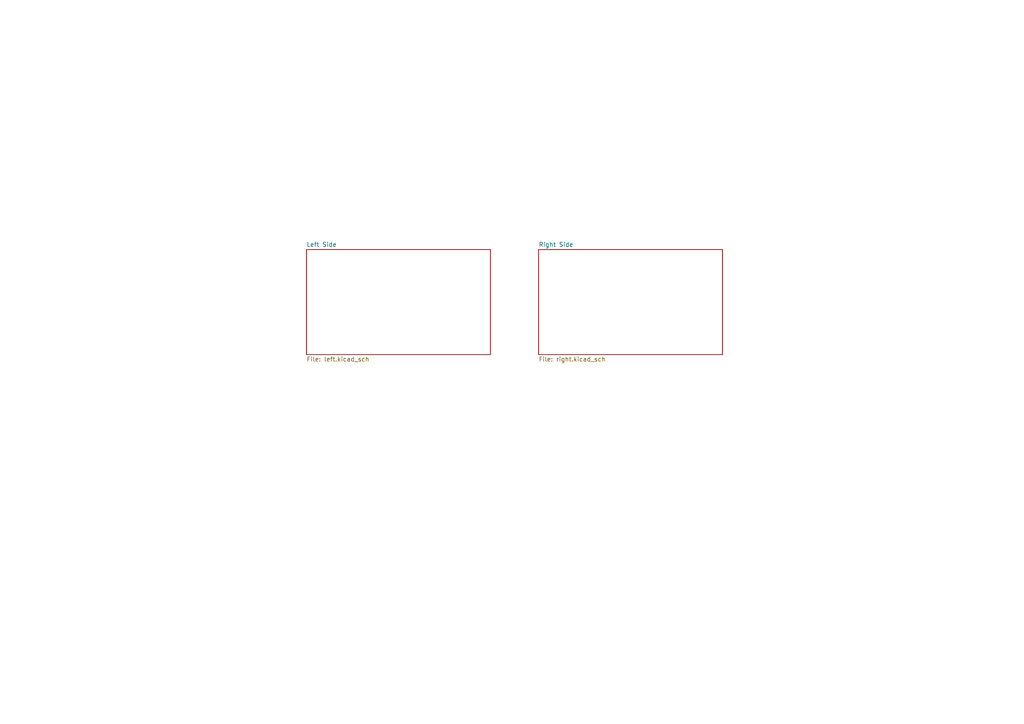
<source format=kicad_sch>
(kicad_sch
	(version 20231120)
	(generator "eeschema")
	(generator_version "8.0")
	(uuid "04791557-db24-4005-8095-6f3b6600255e")
	(paper "A4")
	(lib_symbols)
	(sheet
		(at 88.9 72.39)
		(size 53.34 30.48)
		(fields_autoplaced yes)
		(stroke
			(width 0.1524)
			(type solid)
		)
		(fill
			(color 0 0 0 0.0000)
		)
		(uuid "31213296-6d11-4292-84ae-ab711458a408")
		(property "Sheetname" "Left Side"
			(at 88.9 71.6784 0)
			(effects
				(font
					(size 1.27 1.27)
				)
				(justify left bottom)
			)
		)
		(property "Sheetfile" "left.kicad_sch"
			(at 88.9 103.4546 0)
			(effects
				(font
					(size 1.27 1.27)
				)
				(justify left top)
			)
		)
		(instances
			(project "pcb"
				(path "/04791557-db24-4005-8095-6f3b6600255e"
					(page "3")
				)
			)
		)
	)
	(sheet
		(at 156.21 72.39)
		(size 53.34 30.48)
		(fields_autoplaced yes)
		(stroke
			(width 0.1524)
			(type solid)
		)
		(fill
			(color 0 0 0 0.0000)
		)
		(uuid "afae2f2b-2d54-4361-8ebc-edca77d49999")
		(property "Sheetname" "Right Side"
			(at 156.21 71.6784 0)
			(effects
				(font
					(size 1.27 1.27)
				)
				(justify left bottom)
			)
		)
		(property "Sheetfile" "right.kicad_sch"
			(at 156.21 103.4546 0)
			(effects
				(font
					(size 1.27 1.27)
				)
				(justify left top)
			)
		)
		(instances
			(project "pcb"
				(path "/04791557-db24-4005-8095-6f3b6600255e"
					(page "2")
				)
			)
		)
	)
	(sheet_instances
		(path "/"
			(page "1")
		)
	)
)
</source>
